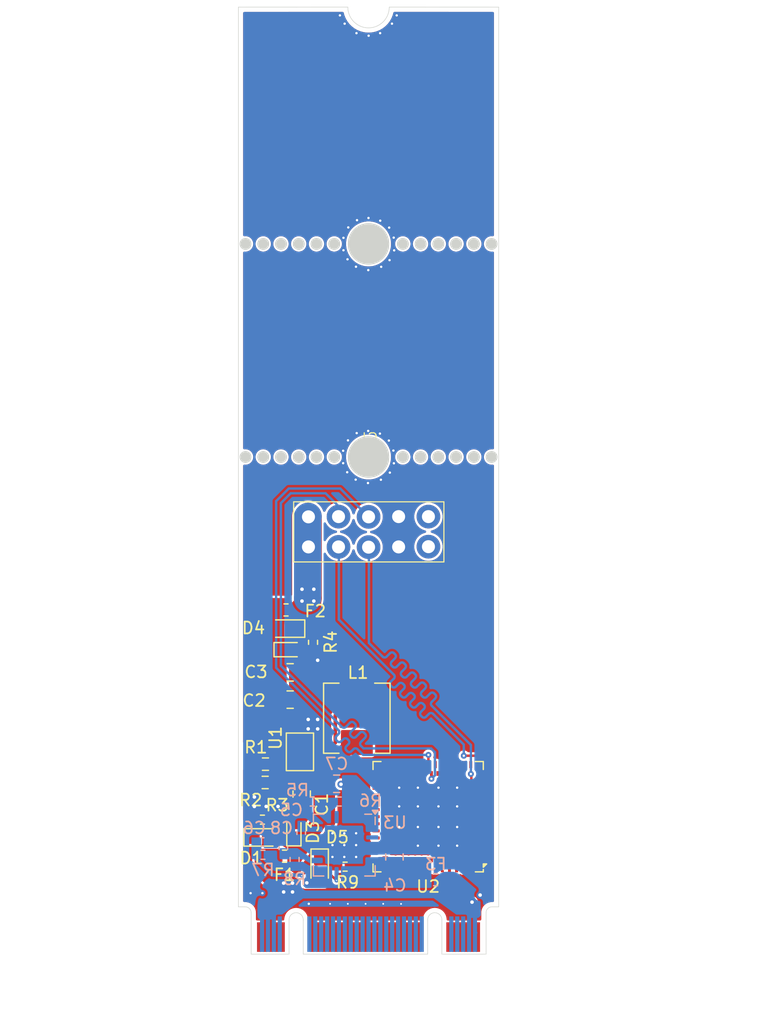
<source format=kicad_pcb>
(kicad_pcb (version 20241229) (generator "pcbnew") (generator_version "9.0")
  (title_block (title "PCI2USB") (date "2025-10-06") (rev "1.0.0") (company "3mdeb Sp. z o.o") (comment 1 "Jakub Sobota"))
  (layers (0 "F.Cu" signal) (4 "In1.Cu" signal) (6 "In2.Cu" signal) (2 "B.Cu" signal) (13 "F.Paste" user) (15 "B.Paste" user) (5 "F.SilkS" user "F.Silkscreen") (7 "B.SilkS" user "B.Silkscreen") (1 "F.Mask" user) (3 "B.Mask" user) (25 "Edge.Cuts" user))
  (net 0 "")
  (net 1 "GND")
  (net 2 "/REFCLKp")
  (net 3 "/REFCLKn")
  (net 4 "Net-(D1-A)")
  (net 5 "Net-(D2-K)")
  (net 6 "Net-(D1-K)")
  (net 7 "+3.3V")
  (net 8 "+5V")
  (net 9 "Net-(U1-SW)")
  (net 10 "Net-(U1-FB)")
  (net 11 "Net-(D4-K)")
  (net 12 "PERn1")
  (net 13 "PERp1")
  (net 14 "PETn1")
  (net 15 "PETp1")
  (net 16 "PEWAKE")
  (net 17 "CLKREQ")
  (net 18 "PERST")
  (net 19 "DEVSLP")
  (net 20 "PERn0")
  (net 21 "PERp0")
  (net 22 "PETn0")
  (net 23 "PETp0")
  (net 24 "Net-(D5-A)")
  (net 25 "Net-(U3-SS)")
  (net 26 "GRSTZ")
  (net 27 "+1.1V")
  (net 28 "Net-(D5-K)")
  (net 29 "Net-(U3-FB)")
  (net 61 "Net-(U2-USB_DP_DN1)")
  (net 67 "Net-(U2-USB_DM_DN2)")
  (net 84 "Net-(U2-USB_DM_DN1)")
  (net 94 "Net-(U2-USB_DP_DN2)")
  (net 134 "Net-(U3-EN)")
  (footprint "Fuse:Fuse_0603_1608Metric_Pad1.05x0.95mm_HandSolder" (layer "F.Cu") (at 139.175 101.525)
    (property "Reference" "F2")
    (property "Value" "5A" (hide yes))
  )
  (footprint "LED_SMD:LED_0603_1608Metric_Pad1.05x0.95mm_HandSolder" (layer "F.Cu") (at 137.2725 120.74)
    (property "Reference" "D1")
    (property "Value" "LED" (hide yes))
  )
  (footprint "Diode_SMD:D_SOD-523" (layer "F.Cu") (at 139.42 104.88)
    (property "Reference" "D2" (hide yes))
    (property "Value" "6V/5A" (hide yes))
  )
  (footprint "Diode_SMD:D_SOD-523" (layer "F.Cu") (at 139.84 120.1975 90)
    (property "Reference" "D3")
    (property "Value" "4V/5A" (hide yes))
  )
  (footprint "Resistor_SMD:R_0402_1005Metric_Pad0.72x0.64mm_HandSolder" (layer "F.Cu") (at 141.46 104.26 -90)
    (property "Reference" "R4")
    (property "Value" "1.5 KOhm" (hide yes))
  )
  (footprint "Fuse:Fuse_0603_1608Metric_Pad1.05x0.95mm_HandSolder" (layer "F.Cu") (at 139.05 122.325)
    (property "Reference" "F1")
    (property "Value" "5A" (hide yes))
  )
  (footprint "Resistor_SMD:R_0402_1005Metric_Pad0.72x0.64mm_HandSolder" (layer "F.Cu") (at 137.18 119.24)
    (property "Reference" "R3")
    (property "Value" "680 Ohm" (hide yes))
  )
  (footprint "TUSB7320:Texas_tusb7340" (layer "F.Cu") (at 151.19 118.99 180)
    (property "Reference" "U2")
    (property "Value" "TUSB7320" (hide yes))
  )
  (footprint "Capacitor_SMD:C_0805_2012Metric_Pad1.18x1.45mm_HandSolder" (layer "F.Cu") (at 139.525 106.8 180)
    (property "Reference" "C3")
    (property "Value" "22 μF" (hide yes))
  )
  (footprint "DC-DC_Converter:TPS61023" (layer "F.Cu") (at 140.35 113.5)
    (property "Reference" "U1")
    (property "Value" "TPS61023" (hide yes))
  )
  (footprint "Capacitor_SMD:C_0805_2012Metric_Pad1.18x1.45mm_HandSolder" (layer "F.Cu") (at 140.5 117.075 -90)
    (property "Reference" "C1")
    (property "Value" "10 μF" (hide yes))
  )
  (footprint "Resistor_SMD:R_0402_1005Metric_Pad0.72x0.64mm_HandSolder" (layer "F.Cu") (at 144.17 123.21 180)
    (property "Reference" "R9")
    (property "Value" "330 Ohm" (hide yes))
  )
  (footprint "LED_SMD:LED_0603_1608Metric_Pad1.05x0.95mm_HandSolder" (layer "F.Cu") (at 139.1 103.1 180)
    (property "Reference" "D4")
    (property "Value" "LED" (hide yes))
  )
  (footprint "LED_SMD:LED_0603_1608Metric_Pad1.05x0.95mm_HandSolder" (layer "F.Cu") (at 142.02 123.38 -90)
    (property "Reference" "D5")
    (property "Value" "LED" (hide yes))
  )
  (footprint "Resistor_SMD:R_0603_1608Metric_Pad0.98x0.95mm_HandSolder" (layer "F.Cu") (at 137.4375 114.55 180)
    (property "Reference" "R1")
    (property "Value" "732 KOhm" (hide yes))
  )
  (footprint "Capacitor_SMD:C_0805_2012Metric_Pad1.18x1.45mm_HandSolder" (layer "F.Cu") (at 139.525 109.1 180)
    (property "Reference" "C2")
    (property "Value" "22 μF" (hide yes))
  )
  (footprint "Inductor_SMD:L_Chilisin_BMRx00050515" (layer "F.Cu") (at 145.16 110.67 90)
    (property "Reference" "L1")
    (property "Value" "1 μH" (hide yes))
  )
  (footprint "M.2:M.2-B+M-KEY" (layer "F.Cu") (at 146.147957 130.610952)
    (property "Reference" "U$1" (hide yes))
    (property "Value" "M.2-B+M-KEY" (hide yes))
  )
  (footprint "Connectors:USB 9 Pin internal header" (layer "F.Cu") (at 146.12 95)
    (property "Reference" "J2")
    (property "Value" "USB_9PIN_Internal")
  )
  (footprint "Resistor_SMD:R_0603_1608Metric_Pad0.98x0.95mm_HandSolder" (layer "F.Cu") (at 137.4125 116.1)
    (property "Reference" "R2")
    (property "Value" "100 KOhm" (hide yes))
  )
  (footprint "Resistor_SMD:R_0402_1005Metric_Pad0.72x0.64mm_HandSolder" (layer "B.Cu") (at 137.2225 122.21 180)
    (property "Reference" "R7")
    (property "Value" "10 KOhm" (hide yes))
  )
  (footprint "Capacitor_SMD:C_0402_1005Metric_Pad0.74x0.62mm_HandSolder" (layer "B.Cu") (at 138.95 121.64 -90)
    (property "Reference" "C8")
    (property "Value" "0.01 μF" (hide yes))
  )
  (footprint "Package_DFN_QFN:Texas_RGW0020A_VQFN-20-1EP_5x5mm_P0.65mm_EP3.15x3.15mm_ThermalVias" (layer "B.Cu") (at 144.1 121.39 180)
    (property "Reference" "U3")
    (property "Value" "TPS74401" (hide yes))
  )
  (footprint "Fuse:Fuse_0603_1608Metric_Pad1.05x0.95mm_HandSolder" (layer "B.Cu") (at 151.82 124.31 180)
    (property "Reference" "F3")
    (property "Value" "1A" (hide yes))
  )
  (footprint "Resistor_SMD:R_0402_1005Metric_Pad0.72x0.64mm_HandSolder" (layer "B.Cu") (at 143.67 117.71 180)
    (property "Reference" "R6")
    (property "Value" "1.87 KOhm" (hide yes))
  )
  (footprint "Resistor_SMD:R_0402_1005Metric_Pad0.72x0.64mm_HandSolder" (layer "B.Cu") (at 139.9 122.604 90)
    (property "Reference" "R8")
    (property "Value" "4.7 KOhm" (hide yes))
  )
  (footprint "Capacitor_SMD:C_0805_2012Metric_Pad1.18x1.45mm_HandSolder" (layer "B.Cu") (at 143.46 116.21 180)
    (property "Reference" "C7")
    (property "Value" "22 μF" (hide yes))
  )
  (footprint "Resistor_SMD:R_0402_1005Metric_Pad0.72x0.64mm_HandSolder" (layer "B.Cu") (at 141.39 117.71)
    (property "Reference" "R5")
    (property "Value" "4.99 KOhm" (hide yes))
  )
  (footprint "Capacitor_SMD:C_0805_2012Metric_Pad1.18x1.45mm_HandSolder" (layer "B.Cu") (at 148.34 122.39 90)
    (property "Reference" "C4")
    (property "Value" "10 μF" (hide yes))
  )
  (footprint "Capacitor_SMD:C_0402_1005Metric_Pad0.74x0.62mm_HandSolder" (layer "B.Cu") (at 137.1975 121.13 180)
    (property "Reference" "C6")
    (property "Value" "0.1 μF" (hide yes))
  )
  (footprint "Capacitor_SMD:C_0402_1005Metric_Pad0.74x0.62mm_HandSolder" (layer "B.Cu") (at 140.46 120.3725 -90)
    (property "Reference" "C5")
    (property "Value" "NOPOP" (hide yes))
  )
  (gr_poly (pts (xy 139.9 100.75) (xy 139.525 101.15) (xy 139.525 102.25) (xy 141.125 102.25) (xy 142.1 101.575) (xy 142.1 100.425) (xy 139.9 100.4)) (stroke (width 0.1)) (fill yes) (layer "F.Cu") (net 8))
  (gr_poly (pts (xy 140.78 124.83) (xy 142.444477 124.820033) (xy 142.444477 124.564689) (xy 141.67 123.82) (xy 141.1116 124.29) (xy 140.835001 124.29) (xy 140.66 124.453334) (xy 140.66 124.7)) (stroke (width 0.1)) (fill yes) (layer "F.Cu") (net 24))
  (gr_poly (pts (xy 137.72 121.22) (xy 141.427859 121.210419) (xy 142.488602 119.61) (xy 143.22 119.61) (xy 143.22 115.23) (xy 143.75 114.61) (xy 144.6 113.68) (xy 146.41 113.67) (xy 146.4 111.77) (xy 143.92 111.77) (xy 143.91 112.95) (xy 142.89 113.91) (xy 140.3 113.91) (xy 140.3 114.62) (xy 140.3 114.73) (xy 139.873902 115.194159) (xy 139.864005 116.629162) (xy 141.22 116.62) (xy 141.59 116.98) (xy 141.6 118.92) (xy 140.687132 120.35) (xy 137.73 120.35)) (stroke (width 0.2)) (fill yes) (layer "F.Cu") (net 4))
  (gr_poly (pts (xy 139.675 103.525) (xy 140.475 103.525) (xy 140.958001 103.985) (xy 141.755 103.985) (xy 141.755 103.252999) (xy 141.075 102.675) (xy 139.675 102.675)) (stroke (width 0.1)) (fill yes) (layer "F.Cu") (net 11))
  (gr_rect (start 144.559999 122.3) (end 145.201148 123.379999) (stroke (width 0.3)) (fill yes) (layer "F.Cu") (net 1))
  (gr_poly (pts (xy 141.688246 122.97) (xy 142.659773 122.959792) (xy 143.120001 123.38) (xy 143.78 123.38) (xy 143.78 123.040035) (xy 143.235573 123.039675) (xy 143.190146 123) (xy 142.707595 123) (xy 142.35 122.677406) (xy 142.35 122.11) (xy 141.69 122.12)) (stroke (width 0.3)) (fill yes) (layer "F.Cu") (net 28))
  (gr_poly (pts (xy 141.427859 121.210419) (xy 140.27 122.85) (xy 139.39 122.84) (xy 139.38 121.66) (xy 138.71 121.210419)) (stroke (width 0.2)) (fill yes) (layer "F.Cu") (net 4))
  (gr_poly (pts (xy 139.95 114.552273) (xy 139.45 115.075) (xy 139.45 116.525) (xy 137.969656 116.525) (xy 137.879853 116.416488) (xy 137.89 113.9) (xy 139.95 113.9)) (stroke (width 0.1)) (fill yes) (layer "F.Cu") (net 10))
  (gr_poly (pts (xy 136.887625 118.965502) (xy 136.897734 121.240502) (xy 135.898257 121.240502) (xy 135.884659 119.527122) (xy 136.322458 118.965502)) (stroke (width 0.1)) (fill yes) (layer "F.Cu") (net 6))
  (gr_poly (pts (xy 136.05 115) (xy 136.975 115) (xy 137 114.25) (xy 138.075 113.15) (xy 139.9 113.15) (xy 139.9 110.816666) (xy 139.14 110.17) (xy 139.125 106.775) (xy 139.125 105.9) (xy 139.15 104.125) (xy 138.925 103.9) (xy 138.925 102.775) (xy 138.975 102.175) (xy 139 100.625) (xy 138.725 100.625) (xy 136.075 100.6)) (stroke (width 0.2)) (fill yes) (layer "F.Cu") (net 5))
  (gr_poly (pts (xy 140.15 125.725) (xy 140.15 124.458142) (xy 138.725 123.322595) (xy 138.725 121.85) (xy 136.675 121.85) (xy 136.675 123.809744) (xy 138.981124 125.725)) (stroke (width 0.3)) (fill yes) (layer "F.Cu") (net 7))
  (gr_rect (start 136.36 120.84) (end 136.99 122.47) (stroke (width 0.2)) (fill yes) (layer "B.Cu") (net 26))
  (gr_poly (pts (xy 144.010936 119.44) (xy 144.000936 115.58) (xy 145.08 115.58) (xy 146.88 117.38) (xy 146.88 120.17051) (xy 146.01 120.17) (xy 146 119.7) (xy 145.750003 119.44)) (stroke (width 0.2)) (fill yes) (layer "B.Cu") (net 27))
  (gr_poly (pts (xy 142.18 122.82) (xy 141.23 122.82) (xy 140.679252 122.489896) (xy 138.729245 122.48043) (xy 138.720026 121.752127) (xy 140.118544 121.752708) (xy 141.218605 122.55) (xy 142.18 122.55)) (stroke (width 0.2)) (fill yes) (layer "B.Cu") (net 134))
  (gr_poly (pts (xy 142.15 120.164123) (xy 140.244922 120.173283) (xy 140.236074 119.43) (xy 140.76 119.43) (xy 141.3 119.91) (xy 142.15 119.919042)) (stroke (width 0.2)) (fill yes) (layer "B.Cu") (net 25))
  (gr_poly (pts (xy 142.725202 119.44) (xy 142.44 119.18) (xy 141.72 118.51) (xy 141.71 118.02) (xy 141.714369 117.49) (xy 143.461447 117.49) (xy 143.459569 117.986336) (xy 142.88 118.502553) (xy 142.88 119.44)) (stroke (width 0.2)) (fill yes) (layer "B.Cu") (net 29))
  (gr_line (start 140.63 130.6) (end 140.63 127.75) (stroke (width 0.05)) (layer "Edge.Cuts"))
  (gr_circle (center 146.150001 88.604204) (end 147.650001 88.604204) (stroke (width 0.5)) (fill yes) (layer "Edge.Cuts"))
  (gr_line (start 152.347957 130.6) (end 152.347957 127.7) (stroke (width 0.05)) (layer "Edge.Cuts"))
  (gr_circle (center 137.250001 88.604204) (end 137.500001 88.604204) (stroke (width 0.5)) (fill yes) (layer "Edge.Cuts"))
  (gr_circle (center 143.250001 88.604204) (end 143.500001 88.604204) (stroke (width 0.5)) (fill yes) (layer "Edge.Cuts"))
  (gr_circle (center 140.250001 70.604204) (end 140.500001 70.604204) (stroke (width 0.5)) (fill yes) (layer "Edge.Cuts"))
  (gr_circle (center 140.250001 88.604204) (end 140.500001 88.604204) (stroke (width 0.5)) (fill yes) (layer "Edge.Cuts"))
  (gr_circle (center 156.550001 70.604204) (end 156.800001 70.604204) (stroke (width 0.5)) (fill yes) (layer "Edge.Cuts"))
  (gr_circle (center 138.750001 88.604204) (end 138.750001 88.354204) (stroke (width 0.5)) (fill yes) (layer "Edge.Cuts"))
  (gr_circle (center 141.750001 70.604204) (end 142.000001 70.604204) (stroke (width 0.5)) (fill yes) (layer "Edge.Cuts"))
  (gr_line (start 139.43 130.6) (end 136.23 130.6) (stroke (width 0.05)) (layer "Edge.Cuts"))
  (gr_circle (center 152.050001 88.604204) (end 152.300001 88.604204) (stroke (width 0.5)) (fill yes) (layer "Edge.Cuts"))
  (gr_line (start 156.08315 130.6) (end 152.347957 130.6) (stroke (width 0.05)) (layer "Edge.Cuts"))
  (gr_line (start 136.226447 127.080403) (end 136.23 127.2) (stroke (width 0.05)) (layer "Edge.Cuts"))
  (gr_line (start 135.15 50.603553) (end 144.4 50.6) (stroke (width 0.05)) (layer "Edge.Cuts"))
  (gr_arc (start 139.43 127.7) (mid 140.03 127.1) (end 140.63 127.7) (stroke (width 0.05)) (layer "Edge.Cuts"))
  (gr_line (start 157.15 50.603553) (end 147.9 50.6) (stroke (width 0.05)) (layer "Edge.Cuts"))
  (gr_arc (start 135.73 126.603553) (mid 136.074181 126.742076) (end 136.226447 127.080403) (stroke (width 0.05)) (layer "Edge.Cuts"))
  (gr_line (start 157.15 50.603553) (end 157.15 126.603553) (stroke (width 0.05)) (layer "Edge.Cuts"))
  (gr_line (start 139.43 127.7) (end 139.43 130.6) (stroke (width 0.05)) (layer "Edge.Cuts"))
  (gr_circle (center 138.750001 70.604204) (end 138.750001 70.354204) (stroke (width 0.5)) (fill yes) (layer "Edge.Cuts"))
  (gr_line (start 135.15 126.603553) (end 135.15 50.603553) (stroke (width 0.05)) (layer "Edge.Cuts"))
  (gr_circle (center 150.550001 88.604204) (end 150.800001 88.604204) (stroke (width 0.5)) (fill yes) (layer "Edge.Cuts"))
  (gr_circle (center 137.250001 70.604204) (end 137.500001 70.604204) (stroke (width 0.5)) (fill yes) (layer "Edge.Cuts"))
  (gr_circle (center 155.050001 70.604204) (end 155.300001 70.604204) (stroke (width 0.5)) (fill yes) (layer "Edge.Cuts"))
  (gr_arc (start 156.08315 127.1) (mid 156.221673 126.755818) (end 156.56 126.603553) (stroke (width 0.05)) (layer "Edge.Cuts"))
  (gr_circle (center 141.750001 88.604204) (end 142.000001 88.604204) (stroke (width 0.5)) (fill yes) (layer "Edge.Cuts"))
  (gr_circle (center 146.150001 70.604204) (end 147.650001 70.604204) (stroke (width 0.5)) (fill yes) (layer "Edge.Cuts"))
  (gr_circle (center 149.050001 88.604204) (end 149.300001 88.604204) (stroke (width 0.5)) (fill yes) (layer "Edge.Cuts"))
  (gr_circle (center 135.750001 70.604204) (end 136.000001 70.604204) (stroke (width 0.5)) (fill yes) (layer "Edge.Cuts"))
  (gr_circle (center 155.050001 88.604204) (end 155.300001 88.604204) (stroke (width 0.5)) (fill yes) (layer "Edge.Cuts"))
  (gr_circle (center 135.750001 88.604204) (end 136.000001 88.604204) (stroke (width 0.5)) (fill yes) (layer "Edge.Cuts"))
  (gr_circle (center 149.050001 70.604204) (end 149.300001 70.604204) (stroke (width 0.5)) (fill yes) (layer "Edge.Cuts"))
  (gr_line (start 156.08315 127.1) (end 156.08315 130.6) (stroke (width 0.05)) (layer "Edge.Cuts"))
  (gr_line (start 135.73 126.603553) (end 135.15 126.603553) (stroke (width 0.05)) (layer "Edge.Cuts"))
  (gr_arc (start 147.9 50.603553) (mid 146.15 52.353553) (end 144.4 50.603553) (stroke (width 0.05)) (layer "Edge.Cuts"))
  (gr_circle (center 150.550001 70.604204) (end 150.800001 70.604204) (stroke (width 0.5)) (fill yes) (layer "Edge.Cuts"))
  (gr_circle (center 143.250001 70.604204) (end 143.500001 70.604204) (stroke (width 0.5)) (fill yes) (layer "Edge.Cuts"))
  (gr_circle (center 153.550001 70.604204) (end 153.800001 70.604204) (stroke (width 0.5)) (fill yes) (layer "Edge.Cuts"))
  (gr_circle (center 153.550001 88.604204) (end 153.800001 88.604204) (stroke (width 0.5)) (fill yes) (layer "Edge.Cuts"))
  (gr_line (start 136.23 130.6) (end 136.23 127.2) (stroke (width 0.05)) (layer "Edge.Cuts"))
  (gr_line (start 156.56 126.603553) (end 157.15 126.603553) (stroke (width 0.05)) (layer "Edge.Cuts"))
  (gr_arc (start 151.147957 127.7) (mid 151.747957 127.1) (end 152.347957 127.7) (stroke (width 0.05)) (layer "Edge.Cuts"))
  (gr_line (start 140.63 130.6) (end 151.147957 130.6) (stroke (width 0.05)) (layer "Edge.Cuts"))
  (gr_circle (center 156.550001 88.604204) (end 156.800001 88.604204) (stroke (width 0.5)) (fill yes) (layer "Edge.Cuts"))
  (gr_line (start 140.63 127.7) (end 140.63 127.75) (stroke (width 0.05)) (layer "Edge.Cuts"))
  (gr_line (start 151.147957 127.7) (end 151.147957 130.6) (stroke (width 0.05)) (layer "Edge.Cuts"))
  (gr_circle (center 152.050001 70.604204) (end 152.300001 70.604204) (stroke (width 0.5)) (fill yes) (layer "Edge.Cuts"))
  (segment (start 150.365 115.34) (end 150.365 116.495) (width 0.25) (layer "F.Cu") (net 1))
  (segment (start 147.397957 126.357957) (end 147.39 126.35) (width 0.35) (layer "F.Cu") (net 1))
  (segment (start 150.365 116.495) (end 150.32 116.54) (width 0.25) (layer "F.Cu") (net 1))
  (segment (start 145.897957 126.352043) (end 145.9 126.35) (width 0.35) (layer "F.Cu") (net 1))
  (segment (start 144.7675 122.0575) (end 144.1 121.39) (width 0.2) (layer "F.Cu") (net 1))
  (segment (start 144.397957 126.352043) (end 144.4 126.35) (width 0.35) (layer "F.Cu") (net 1))
  (segment (start 142.897957 126.352043) (end 142.9 126.35) (width 0.35) (layer "F.Cu") (net 1))
  (via (at 137.18 125.45) (size 0.5) (drill 0.2) (layers "F.Cu" "B.Cu") (net 1))
  (via (at 141.05 110.775) (size 0.6) (drill 0.3) (layers "F.Cu" "B.Cu") (net 1))
  (via (at 146.127489 72.817552) (size 0.5) (drill 0.2) (layers "F.Cu" "B.Cu") (net 1))
  (via (at 141.85 110.775) (size 0.6) (drill 0.3) (layers "F.Cu" "B.Cu") (net 1))
  (via (at 141.85 111.575) (size 0.6) (drill 0.3) (layers "F.Cu" "B.Cu") (net 1))
  (via (at 147.39 126.35) (size 0.35) (drill 0.15) (layers "F.Cu" "B.Cu") (net 1))
  (via (at 144.4 126.35) (size 0.35) (drill 0.15) (layers "F.Cu" "B.Cu") (net 1))
  (via (at 145.13 52.8) (size 0.5) (drill 0.2) (layers "F.Cu" "B.Cu") (net 1))
  (via (at 137.5 118.125) (size 0.6) (drill 0.3) (layers "F.Cu" "B.Cu") (net 1))
  (via (at 145.175 68.6) (size 0.5) (drill 0.2) (layers "F.Cu" "B.Cu") (net 1))
  (via (at 141.85 105.775) (size 0.6) (drill 0.3) (layers "F.Cu" "B.Cu") (net 1))
  (via (at 136.5 118.125) (size 0.6) (drill 0.3) (layers "F.Cu" "B.Cu") (net 1))
  (via (at 136.18 125.45) (size 0.5) (drill 0.2) (layers "F.Cu" "B.Cu") (net 1))
  (via (at 138.5 118.125) (size 0.6) (drill 0.3) (layers "F.Cu" "B.Cu") (net 1))
  (via (at 148.250157 88.061419) (size 0.5) (drill 0.2) (layers "F.Cu" "B.Cu") (net 1))
  (via (at 144.437448 69.212211) (size 0.5) (drill 0.2) (layers "F.Cu" "B.Cu") (net 1))
  (via (at 145.062004 90.517597) (size 0.5) (drill 0.2) (layers "F.Cu" "B.Cu") (net 1))
  (via (at 147.137618 68.642898) (size 0.5) (drill 0.2) (layers "F.Cu" "B.Cu") (net 1))
  (via (at 147.13 52.8) (size 0.5) (drill 0.2) (layers "F.Cu" "B.Cu") (net 1))
  (via (at 144.004709 89.126847) (size 0.5) (drill 0.2) (layers "F.Cu" "B.Cu") (net 1))
  (via (at 155.58 125.61) (size 0.6) (drill 0.3) (layers "F.Cu" "B.Cu") (net 1))
  (via (at 148.290822 89.13498) (size 0.5) (drill 0.2) (layers "F.Cu" "B.Cu") (net 1))
  (via (at 136.5 117.325) (size 0.6) (drill 0.3) (layers "F.Cu" "B.Cu") (net 1))
  (via (at 144.030796 71.139742) (size 0.5) (drill 0.2) (layers "F.Cu" "B.Cu") (net 1))
  (via (at 144.004709 88.077685) (size 0.5) (drill 0.2) (layers "F.Cu" "B.Cu") (net 1))
  (via (at 147.111531 86.630003) (size 0.5) (drill 0.2) (layers "F.Cu" "B.Cu") (net 1))
  (via (at 145.148913 86.587105) (size 0.5) (drill 0.2) (layers "F.Cu" "B.Cu") (net 1))
  (via (at 144.030796 70.09058) (size 0.5) (drill 0.2) (layers "F.Cu" "B.Cu") (net 1))
  (via (at 147.867904 87.215582) (size 0.5) (drill 0.2) (layers "F.Cu" "B.Cu") (net 1))
  (via (at 144.372384 71.904248) (size 0.5) (drill 0.2) (layers "F.Cu" "B.Cu") (net 1))
  (via (at 148.53 51.3) (size 0.5) (drill 0.2) (layers "F.Cu" "B.Cu") (net 1))
  (via (at 144.13 52) (size 0.5) (drill 0.2) (layers "F.Cu" "B.Cu") (net 1))
  (via (at 143.73 51.3) (size 0.5) (drill 0.2) (layers "F.Cu" "B.Cu") (net 1))
  (via (at 146.157489 53.017552) (size 0.5) (drill 0.2) (layers "F.Cu" "B.Cu") (net 1))
  (via (at 148.13 52) (size 0.5) (drill 0.2) (layers "F.Cu" "B.Cu") (net 1))
  (via (at 147.95 89.925) (size 0.5) (drill 0.2) (layers "F.Cu" "B.Cu") (net 1))
  (via (at 148.897957 126.357957) (size 0.35) (drill 0.15) (layers "F.Cu" "B.Cu") (net 1))
  (via (at 146.1193 86.402278) (size 0.5) (drill 0.2) (layers "F.Cu" "B.Cu") (net 1))
  (via (at 147.925 71.975) (size 0.5) (drill 0.2) (layers "F.Cu" "B.Cu") (net 1))
  (via (at 142.9 126.35) (size 0.35) (drill 0.15) (layers "F.Cu" "B.Cu") (net 1))
  (via (at 147.218948 72.538625) (size 0.5) (drill 0.2) (layers "F.Cu" "B.Cu") (net 1))
  (via (at 147.192861 90.52573) (size 0.5) (drill 0.2) (layers "F.Cu" "B.Cu") (net 1))
  (via (at 141.1 126.35) (size 0.5) (drill 0.2) (layers "F.Cu" "B.Cu") (net 1))
  (via (at 144.346297 89.891353) (size 0.5) (drill 0.2) (layers "F.Cu" "B.Cu") (net 1))
  (via (at 147.893991 69.228477) (size 0.5) (drill 0.2) (layers "F.Cu" "B.Cu") (net 1))
  (via (at 141.05 111.575) (size 0.6) (drill 0.3) (layers "F.Cu" "B.Cu") (net 1))
  (via (at 145.9 126.35) (size 0.35) (drill 0.15) (layers "F.Cu" "B.Cu") (net 1))
  (via (at 148.276244 70.074314) (size 0.5) (drill 0.2) (layers "F.Cu" "B.Cu") (net 1))
  (via (at 148.316909 71.147875) (size 0.5) (drill 0.2) (layers "F.Cu" "B.Cu") (net 1))
  (via (at 145.088091 72.530492) (size 0.5) (drill 0.2) (layers "F.Cu" "B.Cu") (net 1))
  (via (at 146.145387 68.415173) (size 0.5) (drill 0.2) (layers "F.Cu" "B.Cu") (net 1))
  (via (at 146.101402 90.804657) (size 0.5) (drill 0.2) (layers "F.Cu" "B.Cu") (net 1))
  (via (at 144.411361 87.199316) (size 0.5) (drill 0.2) (layers "F.Cu" "B.Cu") (net 1))
  (segment (start 140.3075 121.0925) (end 140.46 120.94) (width 0.2) (layer "B.Cu") (net 1))
  (segment (start 138.5 118.125) (end 138.545 118.125) (width 0.2) (layer "B.Cu") (net 1))
  (segment (start 138.8025 121.19) (end 138.9 121.0925) (width 0.2) (layer "B.Cu") (net 1))
  (segment (start 140.5825 117.68) (end 140.5825 117.67) (width 0.2) (layer "B.Cu") (net 1))
  (via (at 138.975 124.6) (size 0.6) (drill 0.3) (layers "F.Cu" "B.Cu") (net 7))
  (via (at 139.725 124.6) (size 0.6) (drill 0.3) (layers "F.Cu" "B.Cu") (net 7))
  (via (at 154.89753 126.20753) (size 0.6) (drill 0.3) (layers "F.Cu" "B.Cu") (net 7))
  (via (at 138.975 125.35) (size 0.6) (drill 0.3) (layers "F.Cu" "B.Cu") (net 7))
  (via (at 139.725 125.35) (size 0.6) (drill 0.3) (layers "F.Cu" "B.Cu") (net 7))
  (segment (start 153.06 124.31) (end 152.695 124.31) (width 0.2) (layer "B.Cu") (net 7))
  (segment (start 155.147957 128.910952) (end 155.26 128.798909) (width 0.2) (layer "B.Cu") (net 7))
  (segment (start 141.0425 100.5325) (end 141.005 100.57) (width 2.3) (layer "F.Cu") (net 8))
  (segment (start 141.0425 93.62) (end 141.0425 100.5325) (width 2.3) (layer "F.Cu") (net 8))
  (via (at 141.525 100.775) (size 0.6) (drill 0.3) (layers "F.Cu" "B.Cu") (net 8))
  (via (at 140.525 100.775) (size 0.6) (drill 0.3) (layers "F.Cu" "B.Cu") (net 8))
  (via (at 140.525 99.775) (size 0.6) (drill 0.3) (layers "F.Cu" "B.Cu") (net 8))
  (via (at 141.525 99.775) (size 0.6) (drill 0.3) (layers "F.Cu" "B.Cu") (net 8))
  (segment (start 141.35 98.125) (end 140.775 98.7) (width 0.6) (layer "B.Cu") (net 8))
  (segment (start 141 93.6625) (end 141 100.57) (width 2.3) (layer "B.Cu") (net 8))
  (segment (start 141.0425 93.62) (end 141 93.6625) (width 2.3) (layer "B.Cu") (net 8))
  (segment (start 140.35 113.347) (end 140.453 113.45) (width 0.3) (layer "F.Cu") (net 9))
  (segment (start 140.35 112.76) (end 140.35 113.347) (width 0.3) (layer "F.Cu") (net 9))
  (segment (start 142.63 113.45) (end 143.34 112.74) (width 0.3) (layer "F.Cu") (net 9))
  (segment (start 143.34 112.74) (end 143.34 110.44) (width 0.3) (layer "F.Cu") (net 9))
  (segment (start 143.34 110.44) (end 145.16 108.62) (width 0.3) (layer "F.Cu") (net 9))
  (segment (start 140.453 113.45) (end 142.63 113.45) (width 0.3) (layer "F.Cu") (net 9))
  (segment (start 147.897957 129.160952) (end 147.873957 129.136952) (width 0.2) (layer "F.Cu") (net 13))
  (segment (start 147.873957 129.136952) (end 147.873957 128.963786) (width 0.2) (layer "F.Cu") (net 13))
  (segment (start 146.397957 129.160952) (end 146.44 129.118909) (width 0.25) (layer "F.Cu") (net 15))
  (segment (start 141.8975 124.58) (end 142.24 124.2375) (width 0.2) (layer "F.Cu") (net 24))
  (via (at 140.93 124.58) (size 0.6) (drill 0.3) (layers "F.Cu" "B.Cu") (net 24))
  (segment (start 137.7875 122.1775) (end 137.82 122.21) (width 0.2) (layer "B.Cu") (net 24))
  (segment (start 142.487033 123.429) (end 143.428033 124.37) (width 0.2) (layer "F.Cu") (net 26))
  (segment (start 140.492502 123.973725) (end 141.037227 123.429) (width 0.2) (layer "F.Cu") (net 26))
  (segment (start 141.037227 123.429) (end 142.487033 123.429) (width 0.2) (layer "F.Cu") (net 26))
  (segment (start 143.428033 124.37) (end 143.45 124.37) (width 0.2) (layer "F.Cu") (net 26))
  (via (at 143.45 124.37) (size 0.35) (drill 0.1) (layers "F.Cu" "B.Cu") (net 26))
  (via (at 140.492502 123.973725) (size 0.3) (drill 0.1) (layers "F.Cu" "B.Cu") (net 26))
  (segment (start 136.625 121.04) (end 136.655 121.01) (width 0.2) (layer "B.Cu") (net 26))
  (segment (start 140.380471 123.915574) (end 140.434351 123.915574) (width 0.2) (layer "B.Cu") (net 26))
  (segment (start 138.010575 123.915574) (end 137.983635 123.888634) (width 0.3) (layer "B.Cu") (net 26))
  (segment (start 140.434351 123.915574) (end 140.492502 123.973725) (width 0.3) (layer "B.Cu") (net 26))
  (segment (start 136.625 121.2175) (end 136.6525 121.19) (width 0.2) (layer "B.Cu") (net 26))
  (segment (start 143.45 123.7525) (end 143.45 124.37) (width 0.35) (layer "B.Cu") (net 26))
  (segment (start 136.625 122.529999) (end 136.625 122.21) (width 0.25) (layer "B.Cu") (net 26))
  (segment (start 137.983635 123.888634) (end 136.625 122.529999) (width 0.3) (layer "B.Cu") (net 26))
  (segment (start 140.380471 123.915574) (end 138.010575 123.915574) (width 0.3) (layer "B.Cu") (net 26))
  (segment (start 136.625 121.195) (end 136.69 121.13) (width 0.2) (layer "B.Cu") (net 26))
  (via (at 143.82 116.25) (size 0.6) (drill 0.3) (layers "F.Cu" "B.Cu") (net 27))
  (segment (start 141.9975 117.7) (end 141.9875 117.71) (width 0.2) (layer "B.Cu") (net 29))
  (segment (start 151.21 114.57) (end 151.19 114.59) (width 0.2) (layer "F.Cu") (net 61))
  (segment (start 151.21 113.77) (end 151.21 114.57) (width 0.2) (layer "F.Cu") (net 61))
  (via (at 151.21 113.77) (size 0.5) (drill 0.2) (layers "F.Cu" "B.Cu") (net 61))
  (segment (start 145.215972 113.285071) (end 145.300826 113.369926) (width 0.2) (layer "B.Cu") (net 61))
  (segment (start 144.452298 112.860809) (end 144.274499 113.038607) (width 0.2) (layer "B.Cu") (net 61))
  (segment (start 145.300826 113.369926) (end 145.7009 113.77) (width 0.2) (layer "B.Cu") (net 61))
  (segment (start 146.1525 93.66) (end 143.7615 91.269) (width 0.2) (layer "B.Cu") (net 61))
  (segment (start 144.274499 113.378018) (end 144.359351 113.46287) (width 0.2) (layer "B.Cu") (net 61))
  (segment (start 143.850235 112.614342) (end 144.028033 112.436543) (width 0.2) (layer "B.Cu") (net 61))
  (segment (start 143.60377 112.012281) (end 143.425971 112.190079) (width 0.2) (layer "B.Cu") (net 61))
  (segment (start 138.339 92.3339) (end 138.339 106.4081) (width 0.2) (layer "B.Cu") (net 61))
  (segment (start 138.339 106.4081) (end 143.60377 111.67287) (width 0.2) (layer "B.Cu") (net 61))
  (segment (start 143.7615 91.269) (end 139.4039 91.269) (width 0.2) (layer "B.Cu") (net 61))
  (segment (start 145.7009 113.77) (end 151.21 113.77) (width 0.2) (layer "B.Cu") (net 61))
  (segment (start 144.698763 113.46287) (end 144.876561 113.285071) (width 0.2) (layer "B.Cu") (net 61))
  (segment (start 139.4039 91.269) (end 138.339 92.3339) (width 0.2) (layer "B.Cu") (net 61))
  (segment (start 143.425971 112.52949) (end 143.510823 112.614342) (width 0.2) (layer "B.Cu") (net 61))
  (segment (start 144.367444 112.436543) (end 144.452298 112.521398) (width 0.2) (layer "B.Cu") (net 61))
  (arc (start 143.425971 112.190079) (mid 143.355677 112.359784) (end 143.425971 112.52949) (width 0.2) (layer "B.Cu") (net 61))
  (arc (start 144.876561 113.285071) (mid 145.046266 113.214777) (end 145.215972 113.285071) (width 0.2) (layer "B.Cu") (net 61))
  (arc (start 143.60377 111.67287) (mid 143.674064 111.842576) (end 143.60377 112.012281) (width 0.2) (layer "B.Cu") (net 61))
  (arc (start 144.028033 112.436543) (mid 144.197738 112.366249) (end 144.367444 112.436543) (width 0.2) (layer "B.Cu") (net 61))
  (arc (start 144.452298 112.521398) (mid 144.522592 112.691104) (end 144.452298 112.860809) (width 0.2) (layer "B.Cu") (net 61))
  (arc (start 144.274499 113.038607) (mid 144.204205 113.208312) (end 144.274499 113.378018) (width 0.2) (layer "B.Cu") (net 61))
  (arc (start 144.359351 113.46287) (mid 144.529057 113.533165) (end 144.698763 113.46287) (width 0.2) (layer "B.Cu") (net 61))
  (arc (start 143.510823 112.614342) (mid 143.680529 112.684637) (end 143.850235 112.614342) (width 0.2) (layer "B.Cu") (net 61))
  (segment (start 155.891 114.289) (end 155.442 113.84) (width 0.2) (layer "F.Cu") (net 67))
  (segment (start 155.442 113.84) (end 154.2 113.84) (width 0.2) (layer "F.Cu") (net 67))
  (segment (start 155.891 115.089) (end 155.891 114.289) (width 0.2) (layer "F.Cu") (net 67))
  (segment (start 155.59 115.39) (end 155.891 115.089) (width 0.2) (layer "F.Cu") (net 67))
  (segment (start 155.59 115.36) (end 155.59 115.39) (width 0.2) (layer "F.Cu") (net 67))
  (via (at 154.2 113.84) (size 0.5) (drill 0.2) (layers "F.Cu" "B.Cu") (net 67))
  (segment (start 143.6125 96.2) (end 143.64 96.2275) (width 0.2) (layer "B.Cu") (net 67))
  (segment (start 150.159062 109.702809) (end 150.41123 109.45064) (width 0.2) (layer "B.Cu") (net 67))
  (segment (start 149.053585 107.753584) (end 149.138439 107.838439) (width 0.2) (layer "B.Cu") (net 67))
  (segment (start 148.462015 108.005744) (end 148.714174 107.753584) (width 0.2) (layer "B.Cu") (net 67))
  (segment (start 148.289911 107.329322) (end 148.037751 107.581481) (width 0.2) (layer "B.Cu") (net 67))
  (segment (start 149.902113 108.602112) (end 149.986967 108.686967) (width 0.2) (layer "B.Cu") (net 67))
  (segment (start 149.734798 109.617957) (end 149.81965 109.702809) (width 0.2) (layer "B.Cu") (net 67))
  (segment (start 148.037751 107.920892) (end 148.122603 108.005744) (width 0.2) (layer "B.Cu") (net 67))
  (segment (start 151.684023 110.384023) (end 151.935 110.635) (width 0.2) (layer "B.Cu") (net 67))
  (segment (start 143.64 96.2275) (end 143.64 102.34) (width 0.2) (layer "B.Cu") (net 67))
  (segment (start 149.986967 109.026378) (end 149.734798 109.278546) (width 0.2) (layer "B.Cu") (net 67))
  (segment (start 151.00759 110.551337) (end 151.259758 110.299168) (width 0.2) (layer "B.Cu") (net 67))
  (segment (start 150.583326 110.466485) (end 150.668178 110.551337) (width 0.2) (layer "B.Cu") (net 67))
  (segment (start 143.64 102.34) (end 148.289911 106.989911) (width 0.2) (layer "B.Cu") (net 67))
  (segment (start 150.835495 109.874906) (end 150.583326 110.127074) (width 0.2) (layer "B.Cu") (net 67))
  (segment (start 149.138439 108.17785) (end 148.886244 108.430044) (width 0.2) (layer "B.Cu") (net 67))
  (segment (start 151.599169 110.299168) (end 151.684023 110.384023) (width 0.2) (layer "B.Cu") (net 67))
  (segment (start 149.310508 108.854307) (end 149.562702 108.602112) (width 0.2) (layer "B.Cu") (net 67))
  (segment (start 150.750641 109.45064) (end 150.835495 109.535495) (width 0.2) (layer "B.Cu") (net 67))
  (segment (start 154.2 112.9) (end 154.2 113.84) (width 0.2) (layer "B.Cu") (net 67))
  (segment (start 148.886244 108.769455) (end 148.971096 108.854307) (width 0.2) (layer "B.Cu") (net 67))
  (segment (start 151.935 110.635) (end 154.2 112.9) (width 0.2) (layer "B.Cu") (net 67))
  (arc (start 150.668178 110.551337) (mid 150.837884 110.621632) (end 151.00759 110.551337) (width 0.2) (layer "B.Cu") (net 67))
  (arc (start 150.583326 110.127074) (mid 150.513032 110.296779) (end 150.583326 110.466485) (width 0.2) (layer "B.Cu") (net 67))
  (arc (start 149.138439 107.838439) (mid 149.208733 108.008145) (end 149.138439 108.17785) (width 0.2) (layer "B.Cu") (net 67))
  (arc (start 148.971096 108.854307) (mid 149.140802 108.924602) (end 149.310508 108.854307) (width 0.2) (layer "B.Cu") (net 67))
  (arc (start 148.289911 106.989911) (mid 148.360205 107.159617) (end 148.289911 107.329322) (width 0.2) (layer "B.Cu") (net 67))
  (arc (start 151.259758 110.299168) (mid 151.429463 110.228874) (end 151.599169 110.299168) (width 0.2) (layer "B.Cu") (net 67))
  (arc (start 149.734798 109.278546) (mid 149.664504 109.448251) (end 149.734798 109.617957) (width 0.2) (layer "B.Cu") (net 67))
  (arc (start 149.562702 108.602112) (mid 149.732407 108.531818) (end 149.902113 108.602112) (width 0.2) (layer "B.Cu") (net 67))
  (arc (start 150.41123 109.45064) (mid 150.580935 109.380346) (end 150.750641 109.45064) (width 0.2) (layer "B.Cu") (net 67))
  (arc (start 150.835495 109.535495) (mid 150.905789 109.705201) (end 150.835495 109.874906) (width 0.2) (layer "B.Cu") (net 67))
  (arc (start 149.986967 108.686967) (mid 150.057261 108.856673) (end 149.986967 109.026378) (width 0.2) (layer "B.Cu") (net 67))
  (arc (start 148.886244 108.430044) (mid 148.81595 108.599749) (end 148.886244 108.769455) (width 0.2) (layer "B.Cu") (net 67))
  (arc (start 148.122603 108.005744) (mid 148.292309 108.076039) (end 148.462015 108.005744) (width 0.2) (layer "B.Cu") (net 67))
  (arc (start 148.714174 107.753584) (mid 148.883879 107.68329) (end 149.053585 107.753584) (width 0.2) (layer "B.Cu") (net 67))
  (arc (start 148.037751 107.581481) (mid 147.967457 107.751186) (end 148.037751 107.920892) (width 0.2) (layer "B.Cu") (net 67))
  (arc (start 149.81965 109.702809) (mid 149.989356 109.773104) (end 150.159062 109.702809) (width 0.2) (layer "B.Cu") (net 67))
  (segment (start 151.465 115.924) (end 151.45 115.939) (width 0.2) (layer "F.Cu") (net 84))
  (segment (start 151.465 115.34) (end 151.465 115.79) (width 0.2) (layer "F.Cu") (net 84))
  (via (at 151.465 115.79) (size 0.5) (drill 0.2) (layers "F.Cu" "B.Cu") (net 84))
  (segment (start 143.6125 92.7625) (end 143.6125 93.64) (width 0.2) (layer "B.Cu") (net 84))
  (segment (start 143.592984 111.094984) (end 138.74 106.242) (width 0.2) (layer "B.Cu") (net 84))
  (segment (start 145.006493 111.139145) (end 144.92164 111.054292) (width 0.2) (layer "B.Cu") (net 84))
  (segment (start 145.718 113.22) (end 145.50976 113.01176) (width 0.2) (layer "B.Cu") (net 84))
  (segment (start 142.52 91.67) (end 143.6125 92.7625) (width 0.2) (layer "B.Cu") (net 84))
  (segment (start 151.439232 113.22) (end 145.718 113.22) (width 0.2) (layer "B.Cu") (net 84))
  (segment (start 151.761 115.494) (end 151.761 113.541768) (width 0.2) (layer "B.Cu") (net 84))
  (segment (start 143.812702 111.314702) (end 143.592984 111.094984) (width 0.2) (layer "B.Cu") (net 84))
  (segment (start 138.74 106.242) (end 138.74 92.5) (width 0.2) (layer "B.Cu") (net 84))
  (segment (start 145.855047 111.987649) (end 145.770194 111.902796) (width 0.2) (layer "B.Cu") (net 84))
  (segment (start 138.74 92.5) (end 139.57 91.67) (width 0.2) (layer "B.Cu") (net 84))
  (segment (start 145.50976 112.672348) (end 145.855047 112.32706) (width 0.2) (layer "B.Cu") (net 84))
  (segment (start 144.661231 111.823819) (end 145.006493 111.478556) (width 0.2) (layer "B.Cu") (net 84))
  (segment (start 151.761 113.541768) (end 151.439232 113.22) (width 0.2) (layer "B.Cu") (net 84))
  (segment (start 144.746083 112.248083) (end 144.661231 112.163231) (width 0.2) (layer "B.Cu") (net 84))
  (segment (start 151.465 115.79) (end 151.761 115.494) (width 0.2) (layer "B.Cu") (net 84))
  (segment (start 144.582228 111.054292) (end 144.236965 111.399554) (width 0.2) (layer "B.Cu") (net 84))
  (segment (start 143.897554 111.399554) (end 143.812702 111.314702) (width 0.2) (layer "B.Cu") (net 84))
  (segment (start 139.57 91.67) (end 142.52 91.67) (width 0.2) (layer "B.Cu") (net 84))
  (segment (start 145.430782 111.902796) (end 145.085494 112.248083) (width 0.2) (layer "B.Cu") (net 84))
  (arc (start 145.006493 111.478556) (mid 145.076788 111.30885) (end 145.006493 111.139145) (width 0.2) (layer "B.Cu") (net 84))
  (arc (start 145.085494 112.248083) (mid 144.915788 112.318378) (end 144.746083 112.248083) (width 0.2) (layer "B.Cu") (net 84))
  (arc (start 144.236965 111.399554) (mid 144.067259 111.469849) (end 143.897554 111.399554) (width 0.2) (layer "B.Cu") (net 84))
  (arc (start 145.50976 113.01176) (mid 145.439465 112.842054) (end 145.50976 112.672348) (width 0.2) (layer "B.Cu") (net 84))
  (arc (start 144.92164 111.054292) (mid 144.751934 110.983997) (end 144.582228 111.054292) (width 0.2) (layer "B.Cu") (net 84))
  (arc (start 144.661231 112.163231) (mid 144.590936 111.993525) (end 144.661231 111.823819) (width 0.2) (layer "B.Cu") (net 84))
  (arc (start 145.770194 111.902796) (mid 145.600488 111.832501) (end 145.430782 111.902796) (width 0.2) (layer "B.Cu") (net 84))
  (arc (start 145.855047 112.32706) (mid 145.925342 112.157354) (end 145.855047 111.987649) (width 0.2) (layer "B.Cu") (net 84))
  (segment (start 154.8 115.38) (end 154.84 115.42) (width 0.2) (layer "F.Cu") (net 94))
  (segment (start 154.84 115.42) (end 154.84 115.965) (width 0.2) (layer "F.Cu") (net 94))
  (via (at 154.8 115.38) (size 0.5) (drill 0.2) (layers "F.Cu" "B.Cu") (net 94))
  (segment (start 146.95355 105.08645) (end 146.18 104.3129) (width 0.2) (layer "B.Cu") (net 94))
  (segment (start 149.798461 107.591949) (end 150.087654 107.302755) (width 0.2) (layer "B.Cu") (net 94))
  (segment (start 151.495519 109.289007) (end 151.7847 108.999825) (width 0.2) (layer "B.Cu") (net 94))
  (segment (start 154.8 112.9329) (end 151.495519 109.628419) (width 0.2) (layer "B.Cu") (net 94))
  (segment (start 149.883313 108.016213) (end 149.798461 107.931361) (width 0.2) (layer "B.Cu") (net 94))
  (segment (start 150.936171 107.811885) (end 150.851318 107.727032) (width 0.2) (layer "B.Cu") (net 94))
  (segment (start 150.64699 108.440478) (end 150.936171 108.151296) (width 0.2) (layer "B.Cu") (net 94))
  (segment (start 154.8 115.38) (end 154.8 112.9329) (width 0.2) (layer "B.Cu") (net 94))
  (segment (start 147.337726 105.470626) (end 147.252874 105.385774) (width 0.2) (layer "B.Cu") (net 94))
  (segment (start 147.252874 105.385774) (end 146.95355 105.08645) (width 0.2) (layer "B.Cu") (net 94))
  (segment (start 146.18 96.2475) (end 146.1525 96.22) (width 0.2) (layer "B.Cu") (net 94))
  (segment (start 148.101403 105.894891) (end 148.390566 105.605727) (width 0.2) (layer "B.Cu") (net 94))
  (segment (start 149.034783 107.167683) (end 148.949932 107.082832) (width 0.2) (layer "B.Cu") (net 94))
  (segment (start 146.18 104.3129) (end 146.18 96.2475) (width 0.2) (layer "B.Cu") (net 94))
  (segment (start 148.949932 106.74342) (end 149.239104 106.454247) (width 0.2) (layer "B.Cu") (net 94))
  (segment (start 150.731842 108.864742) (end 150.64699 108.77989) (width 0.2) (layer "B.Cu") (net 94))
  (segment (start 148.814839 106.029983) (end 148.525666 106.319155) (width 0.2) (layer "B.Cu") (net 94))
  (segment (start 151.7847 108.660414) (end 151.699847 108.575561) (width 0.2) (layer "B.Cu") (net 94))
  (segment (start 148.390566 105.266316) (end 148.305713 105.181463) (width 0.2) (layer "B.Cu") (net 94))
  (segment (start 147.966301 105.181463) (end 147.677137 105.470626) (width 0.2) (layer "B.Cu") (net 94))
  (segment (start 150.511906 107.727032) (end 150.222724 108.016213) (width 0.2) (layer "B.Cu") (net 94))
  (segment (start 151.360435 108.575561) (end 151.071253 108.864742) (width 0.2) (layer "B.Cu") (net 94))
  (segment (start 149.663389 106.87849) (end 149.374195 107.167683) (width 0.2) (layer "B.Cu") (net 94))
  (segment (start 149.239104 106.114836) (end 149.154251 106.029983) (width 0.2) (layer "B.Cu") (net 94))
  (segment (start 150.087654 106.963343) (end 150.002801 106.87849) (width 0.2) (layer "B.Cu") (net 94))
  (segment (start 148.186255 106.319155) (end 148.101403 106.234303) (width 0.2) (layer "B.Cu") (net 94))
  (arc (start 149.374195 107.167683) (mid 149.204489 107.237978) (end 149.034783 107.167683) (width 0.2) (layer "B.Cu") (net 94))
  (arc (start 148.101403 106.234303) (mid 148.031108 106.064597) (end 148.101403 105.894891) (width 0.2) (layer "B.Cu") (net 94))
  (arc (start 150.222724 108.016213) (mid 150.053018 108.086508) (end 149.883313 108.016213) (width 0.2) (layer "B.Cu") (net 94))
  (arc (start 150.936171 108.151296) (mid 151.006466 107.98159) (end 150.936171 107.811885) (width 0.2) (layer "B.Cu") (net 94))
  (arc (start 150.002801 106.87849) (mid 149.833095 106.808195) (end 149.663389 106.87849) (width 0.2) (layer "B.Cu") (net 94))
  (arc (start 149.239104 106.454247) (mid 149.309399 106.284541) (end 149.239104 106.114836) (width 0.2) (layer "B.Cu") (net 94))
  (arc (start 148.390566 105.605727) (mid 148.460861 105.436021) (end 148.390566 105.266316) (width 0.2) (layer "B.Cu") (net 94))
  (arc (start 150.087654 107.302755) (mid 150.157949 107.133049) (end 150.087654 106.963343) (width 0.2) (layer "B.Cu") (net 94))
  (arc (start 150.64699 108.77989) (mid 150.576695 108.610184) (end 150.64699 108.440478) (width 0.2) (layer "B.Cu") (net 94))
  (arc (start 147.677137 105.470626) (mid 147.507431 105.540921) (end 147.337726 105.470626) (width 0.2) (layer "B.Cu") (net 94))
  (arc (start 148.949932 107.082832) (mid 148.879637 106.913126) (end 148.949932 106.74342) (width 0.2) (layer "B.Cu") (net 94))
  (arc (start 151.699847 108.575561) (mid 151.530141 108.505266) (end 151.360435 108.575561) (width 0.2) (layer "B.Cu") (net 94))
  (arc (start 150.851318 107.727032) (mid 150.681612 107.656737) (end 150.511906 107.727032) (width 0.2) (layer "B.Cu") (net 94))
  (arc (start 151.495519 109.628419) (mid 151.425224 109.458713) (end 151.495519 109.289007) (width 0.2) (layer "B.Cu") (net 94))
  (arc (start 151.7847 108.999825) (mid 151.854995 108.830119) (end 151.7847 108.660414) (width 0.2) (layer "B.Cu") (net 94))
  (arc (start 148.525666 106.319155) (mid 148.35596 106.38945) (end 148.186255 106.319155) (width 0.2) (layer "B.Cu") (net 94))
  (arc (start 148.305713 105.181463) (mid 148.136007 105.111168) (end 147.966301 105.181463) (width 0.2) (layer "B.Cu") (net 94))
  (arc (start 149.798461 107.931361) (mid 149.728166 107.761655) (end 149.798461 107.591949) (width 0.2) (layer "B.Cu") (net 94))
  (arc (start 149.154251 106.029983) (mid 148.984545 105.959688) (end 148.814839 106.029983) (width 0.2) (layer "B.Cu") (net 94))
  (arc (start 151.071253 108.864742) (mid 150.901547 108.935037) (end 150.731842 108.864742) (width 0.2) (layer "B.Cu") (net 94))
  (zone (net 1) (net_name "GND") (layer "F.Cu") (priority 1) (connect_pads yes (clearance 0.2)) (min_thickness 0.2) (fill yes (thermal_gap 0.2) (thermal_bridge_width 0.3) (smoothing fillet) (radius 0.2) (island_removal_mode 1) (island_area_min 10))
    (polygon (pts (xy 157.234095 50.59) (xy 135.244095 50.59) (xy 135.213459 128.170138) (xy 157.162612 128.180138)))
  )
  (zone (net 7) (net_name "+3.3V") (layer "B.Cu") (priority 2) (connect_pads yes (clearance 0.2)) (min_thickness 0.22) (fill yes (thermal_gap 0.2) (thermal_bridge_width 0.25) (smoothing chamfer) (radius 0.2))
    (polygon (pts (xy 155.65 127.53) (xy 153.96 127.55) (xy 151.65 125.87) (xy 140.61 125.9) (xy 138.31 127.67) (xy 136.77 127.7) (xy 136.75 126.3) (xy 137.31 124.46) (xy 138.13 123.9) (xy 140.5 123.82) (xy 141.230002 124.91951) (xy 150.921807 124.899762) (xy 152.37 123.65) (xy 153.54 123.64) (xy 155.6 125.41)))
  )
  (zone (net 24) (net_name "Net-(D5-A)") (layer "B.Cu") (priority 3) (connect_pads yes (clearance 0.2)) (min_thickness 0.22) (fill yes (thermal_gap 0.2) (thermal_bridge_width 0.25) (smoothing chamfer) (radius 0.2))
    (polygon (pts (xy 151.483637 124.94) (xy 151.420199 125.003438) (xy 140.634807 125.019778) (xy 140.618637 124.09) (xy 137.8 123.75) (xy 136.72 122.64) (xy 136.888637 121.86) (xy 138.498637 121.85) (xy 139.988637 122.59) (xy 141.92 123.18) (xy 142.75 123.17) (xy 145.43 123.17) (xy 145.378637 122.39) (xy 151.428637 122.39)))
  )
  (zone (net 1) (net_name "GND") (layer "B.Cu") (priority 1) (connect_pads yes (clearance 0.2)) (min_thickness 0.2) (fill yes (thermal_gap 0.2) (thermal_bridge_width 0.3) (smoothing fillet) (radius 0.2) (island_removal_mode 1) (island_area_min 10))
    (polygon (pts (xy 135.14 50.62) (xy 157.13 50.62) (xy 157.16 126.59) (xy 135.21 126.6)))
  )
)
</source>
